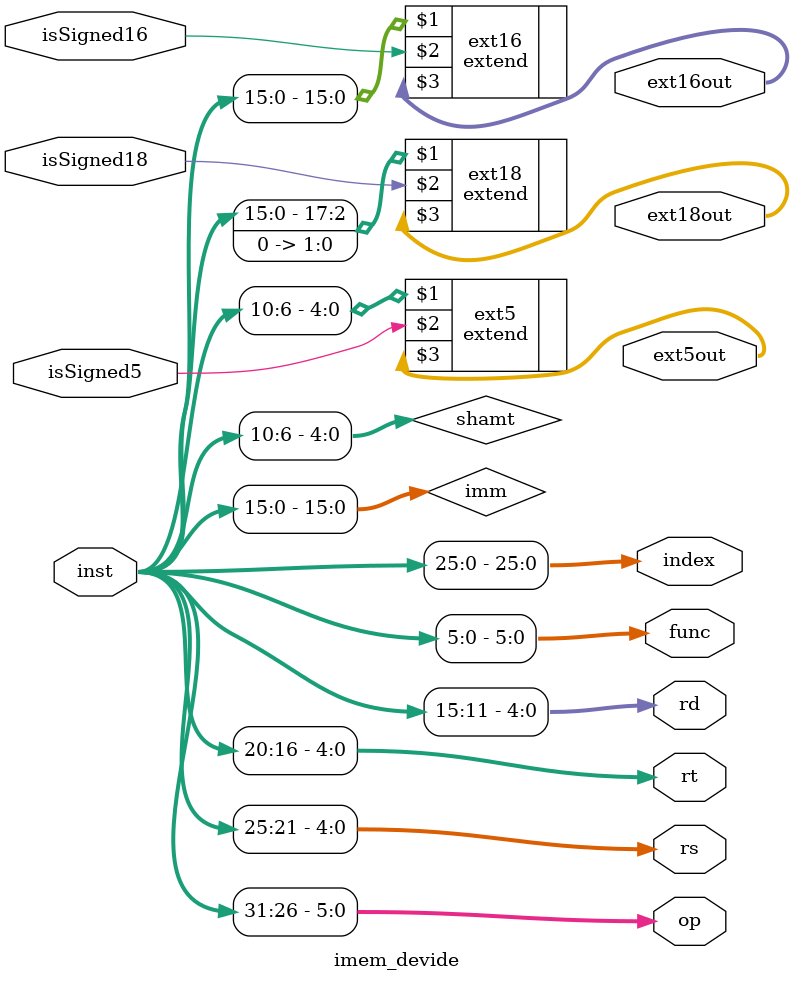
<source format=v>
`timescale 1ns / 1ps


module cpu(
    input           clk,
    input           rst,
    input   [31:0]  iData,      //À´×ÔÄÚ´æµÄÊý¾Ý
    output  [31:0]  oData,      //ËÍÍùÄÚ´æµÄÊý¾Ý
    output  [31:0]  oAddr,      //Ð´ÈëÄÚ´æµÄµØÖ·
    output          mem_we,     //Ð´ÄÚ´æµÄÊ¹ÄÜ
    output  [31:0]  pc,         //
    output  [31:0]  inst        //imem¼Ä´æÆ÷µÄÖ¸Áî
    );
//imem_devider out
wire [5:0] op = inst[31:26];
wire [4:0] rs = inst[25:21]; 
wire [4:0] rt = inst[20:16];
wire [4:0] rd = inst[15:11];
wire [5:0] func = inst[5:0];
wire [25:0] index = inst[25:0];
wire [31:0] ext18out;
wire [31:0] ext16out;
wire [31:0] ext5out;

//cu out
wire [1:0] Csel_rf_waddr;
wire [1:0] Csel_rf_wdata;
wire Crf_we;
wire Csel_alua;
wire Csel_alub;
wire [1:0] Csel_pc;
wire [3:0] Caluc;
wire [4:0] Cra;
wire CisSigned5;
wire CisSigned16;
wire CisSigned18;
wire Cmem_we;

//regfile out
wire [31:0] rdata1;
wire [31:0] rdata2;

//alu out
wire [31:0] alu_r;
wire alu_zero;
wire alu_carry;
wire alu_negative;
wire alu_overflow;

//pc out
wire [31:0] pc_pc;
wire [31:0] pc_npc;

//imem out
wire [31:0] imem_inst;

//add out
wire [31:0] add_r;


imem_devide imem_devide_0(
    CisSigned5, CisSigned16, CisSigned18, imem_inst,
    op,rs,rt,rd,func,index,ext5out,ext16out,ext18out
    );
add add_0(pc_npc, ext18out, add_r);
pc_hier pc_hier_0(.clk(clk), .rst(rst), .en(1'b1),
                 .iData_b(add_r), .iData_jr(rdata1), .iData_j(index),
                 .sel_pc(Csel_pc),
                 .pc_out(pc_pc),
                 .npc_out(pc_npc)
                 );
cu cu_0(op, func, alu_zero, 
        Csel_rf_waddr, Csel_rf_wdata,
        Crf_we, Csel_alua, Csel_alub, Csel_pc, Caluc, Cra,
        CisSigned5, CisSigned16, CisSigned18,
        Cmem_we);

wire [4:0] rfwaddr;
wire [31:0] rfwdata;
MUX4#(5) MUX4_0(.iData0(rd),.iData1(rt),.iData2(Cra),.iData3(),.sel(Csel_rf_waddr),.oData(rfwaddr));
MUX4#(32) MUX4_1(.iData0(alu_r),.iData1(iData),.iData2(pc_npc),.iData3(),.sel(Csel_rf_wdata),.oData(rfwdata));

Regfiles cpu_ref(clk,rst,Crf_we,
                        rs,rt,rfwaddr,rfwdata,
                        rdata1,rdata2);

wire [31:0] alu_a;
wire [31:0] alu_b;
MUX#(32) MUX_0(rdata1,ext5out,Csel_alua,alu_a);
MUX#(32) MUX_1(rdata2,ext16out,Csel_alub,alu_b);
ALU ALU_0(alu_a, alu_b, Caluc,
        alu_r,alu_zero,alu_carry,alu_negative,alu_overflow);

dist_mem_gen_0 dist_mem_gen_0_0(.a(pc_pc[12:2]),.spo(imem_inst)); 
//iram imem(pc_pc[11:2],imem_inst);
assign oData = rdata2;
assign oAddr = alu_r;
assign mem_we = Cmem_we;
assign pc = pc_pc;
assign inst = imem_inst;

endmodule

module imem_devide(
    input isSigned5,
    input isSigned16,
    input isSigned18,
    input [31:0] inst,
    output [5:0] op,
    output [4:0] rs,
    output [4:0] rt,
    output [4:0] rd,
    output [5:0] func,
    output [25:0] index,
    output [31:0] ext5out,
    output [31:0] ext16out,
    output [31:0] ext18out
);
wire [15:0] imm;
wire [4:0] shamt;

assign  op      = inst[31:26];
assign  rs      = inst[25:21];
assign  rt      = inst[20:16];
assign  rd      = inst[15:11];
assign  shamt   = inst[10:6];
assign  func    = inst[5:0];
assign  imm     = inst[15:0];
assign  index   = inst[25:0];

extend#(16,32) ext16(imm,isSigned16,ext16out);
extend#(5,32) ext5(shamt,isSigned5,ext5out);
extend#(18,32) ext18({imm[15:0],2'b0},isSigned18,ext18out);

endmodule

</source>
